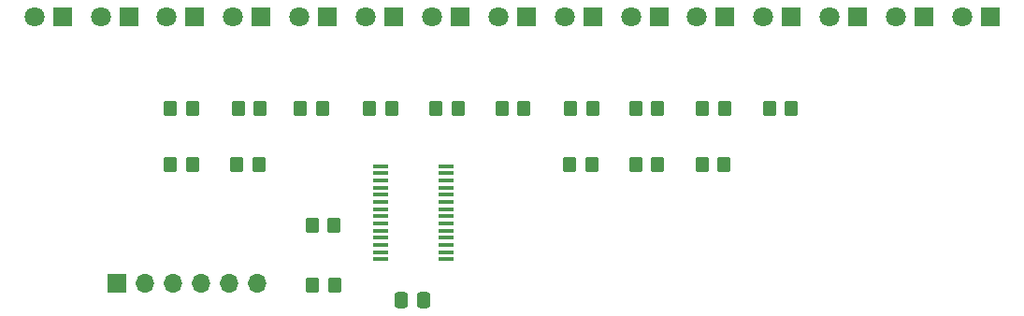
<source format=gbr>
%TF.GenerationSoftware,KiCad,Pcbnew,7.0.8*%
%TF.CreationDate,2023-10-19T17:32:50+02:00*%
%TF.ProjectId,16_Channel_LED_Strip,31365f43-6861-46e6-9e65-6c5f4c45445f,rev?*%
%TF.SameCoordinates,Original*%
%TF.FileFunction,Soldermask,Top*%
%TF.FilePolarity,Negative*%
%FSLAX46Y46*%
G04 Gerber Fmt 4.6, Leading zero omitted, Abs format (unit mm)*
G04 Created by KiCad (PCBNEW 7.0.8) date 2023-10-19 17:32:50*
%MOMM*%
%LPD*%
G01*
G04 APERTURE LIST*
G04 Aperture macros list*
%AMRoundRect*
0 Rectangle with rounded corners*
0 $1 Rounding radius*
0 $2 $3 $4 $5 $6 $7 $8 $9 X,Y pos of 4 corners*
0 Add a 4 corners polygon primitive as box body*
4,1,4,$2,$3,$4,$5,$6,$7,$8,$9,$2,$3,0*
0 Add four circle primitives for the rounded corners*
1,1,$1+$1,$2,$3*
1,1,$1+$1,$4,$5*
1,1,$1+$1,$6,$7*
1,1,$1+$1,$8,$9*
0 Add four rect primitives between the rounded corners*
20,1,$1+$1,$2,$3,$4,$5,0*
20,1,$1+$1,$4,$5,$6,$7,0*
20,1,$1+$1,$6,$7,$8,$9,0*
20,1,$1+$1,$8,$9,$2,$3,0*%
G04 Aperture macros list end*
%ADD10RoundRect,0.250000X-0.350000X-0.450000X0.350000X-0.450000X0.350000X0.450000X-0.350000X0.450000X0*%
%ADD11R,1.475000X0.450000*%
%ADD12R,1.700000X1.700000*%
%ADD13O,1.700000X1.700000*%
%ADD14RoundRect,0.250000X-0.337500X-0.475000X0.337500X-0.475000X0.337500X0.475000X-0.337500X0.475000X0*%
%ADD15R,1.800000X1.800000*%
%ADD16C,1.800000*%
G04 APERTURE END LIST*
D10*
%TO.C,R5*%
X148931942Y-104218762D03*
X150931942Y-104218762D03*
%TD*%
%TO.C,R4*%
X154931942Y-104218762D03*
X156931942Y-104218762D03*
%TD*%
D11*
%TO.C,IC1*%
X131738000Y-112800000D03*
X131738000Y-112150000D03*
X131738000Y-111500000D03*
X131738000Y-110850000D03*
X131738000Y-110200000D03*
X131738000Y-109550000D03*
X131738000Y-108900000D03*
X131738000Y-108250000D03*
X131738000Y-107600000D03*
X131738000Y-106950000D03*
X131738000Y-106300000D03*
X131738000Y-105650000D03*
X131738000Y-105000000D03*
X131738000Y-104350000D03*
X125862000Y-104350000D03*
X125862000Y-105000000D03*
X125862000Y-105650000D03*
X125862000Y-106300000D03*
X125862000Y-106950000D03*
X125862000Y-107600000D03*
X125862000Y-108250000D03*
X125862000Y-108900000D03*
X125862000Y-109550000D03*
X125862000Y-110200000D03*
X125862000Y-110850000D03*
X125862000Y-111500000D03*
X125862000Y-112150000D03*
X125862000Y-112800000D03*
%TD*%
D10*
%TO.C,R6*%
X142931942Y-104218762D03*
X144931942Y-104218762D03*
%TD*%
%TO.C,R_I2C_2*%
X121619400Y-109744200D03*
X119619400Y-109744200D03*
%TD*%
D12*
%TO.C,J1*%
X101983376Y-115002502D03*
D13*
X104523376Y-115002502D03*
X107063376Y-115002502D03*
X109603376Y-115002502D03*
X112143376Y-115002502D03*
X114683376Y-115002502D03*
%TD*%
D10*
%TO.C,R3*%
X143045000Y-99175000D03*
X145045000Y-99175000D03*
%TD*%
%TO.C,R8*%
X130825000Y-99175000D03*
X132825000Y-99175000D03*
%TD*%
%TO.C,R12*%
X106825000Y-104175000D03*
X108825000Y-104175000D03*
%TD*%
%TO.C,R11*%
X112825000Y-104175000D03*
X114825000Y-104175000D03*
%TD*%
%TO.C,R7*%
X136825000Y-99175000D03*
X138825000Y-99175000D03*
%TD*%
%TO.C,R13*%
X112925000Y-99175000D03*
X114925000Y-99175000D03*
%TD*%
%TO.C,R_I2C_1*%
X121670200Y-115161400D03*
X119670200Y-115161400D03*
%TD*%
%TO.C,R1*%
X154971000Y-99175000D03*
X156971000Y-99175000D03*
%TD*%
%TO.C,R10*%
X118575000Y-99175000D03*
X120575000Y-99175000D03*
%TD*%
%TO.C,R14*%
X106775000Y-99175000D03*
X108775000Y-99175000D03*
%TD*%
%TO.C,R9*%
X124825000Y-99175000D03*
X126825000Y-99175000D03*
%TD*%
%TO.C,R0*%
X161021000Y-99175000D03*
X163021000Y-99175000D03*
%TD*%
D14*
%TO.C,C1*%
X127687500Y-116525000D03*
X129762500Y-116525000D03*
%TD*%
D10*
%TO.C,R2*%
X148921000Y-99175000D03*
X150921000Y-99175000D03*
%TD*%
D15*
%TO.C,D1*%
X175025000Y-90875000D03*
D16*
X172485000Y-90875000D03*
%TD*%
D15*
%TO.C,D2*%
X169025000Y-90875000D03*
D16*
X166485000Y-90875000D03*
%TD*%
D15*
%TO.C,D7*%
X139025000Y-90875000D03*
D16*
X136485000Y-90875000D03*
%TD*%
D15*
%TO.C,D3*%
X163025000Y-90875000D03*
D16*
X160485000Y-90875000D03*
%TD*%
D15*
%TO.C,D8*%
X133025000Y-90875000D03*
D16*
X130485000Y-90875000D03*
%TD*%
D15*
%TO.C,D5*%
X151025000Y-90875000D03*
D16*
X148485000Y-90875000D03*
%TD*%
D15*
%TO.C,D0*%
X181025000Y-90875000D03*
D16*
X178485000Y-90875000D03*
%TD*%
D15*
%TO.C,D12*%
X109025000Y-90875000D03*
D16*
X106485000Y-90875000D03*
%TD*%
D15*
%TO.C,D6*%
X145025000Y-90875000D03*
D16*
X142485000Y-90875000D03*
%TD*%
D15*
%TO.C,D11*%
X115025000Y-90875000D03*
D16*
X112485000Y-90875000D03*
%TD*%
D15*
%TO.C,D13*%
X103025000Y-90875000D03*
D16*
X100485000Y-90875000D03*
%TD*%
D15*
%TO.C,D4*%
X157025000Y-90875000D03*
D16*
X154485000Y-90875000D03*
%TD*%
D15*
%TO.C,D9*%
X127025000Y-90875000D03*
D16*
X124485000Y-90875000D03*
%TD*%
D15*
%TO.C,D14*%
X97025000Y-90875000D03*
D16*
X94485000Y-90875000D03*
%TD*%
D15*
%TO.C,D10*%
X121025000Y-90875000D03*
D16*
X118485000Y-90875000D03*
%TD*%
M02*

</source>
